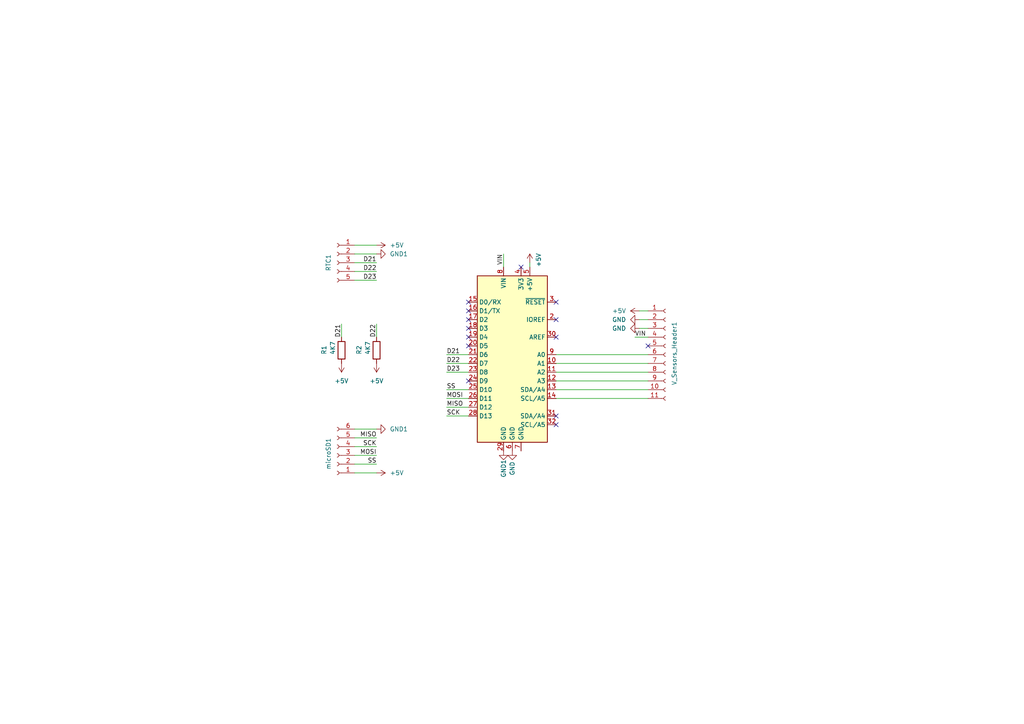
<source format=kicad_sch>
(kicad_sch (version 20211123) (generator eeschema)
  (paper "A4")
  (title_block (title "Arduino Shield za DS1302 i MicroSD modul") (date "18.06.2024.") (rev "3") (company "Fakultet tehnickih nauka u Novom Sadu"))
  (lib_symbols
    (symbol "Connector:Conn_01x05_Female" (pin_names (offset 1.016) hide)
      (property "Reference" "J" (at 0 7.62 0))
      (property "Value" "Conn_01x05_Female" (at 0 -7.62 0))
      (symbol "Conn_01x05_Female_1_1"
        (arc (start 0 -4.572) (mid -0.508 -5.08) (end 0 -5.588) (stroke (width 0.1524)))
        (arc (start 0 -2.032) (mid -0.508 -2.54) (end 0 -3.048) (stroke (width 0.1524)))
        (polyline (pts (xy -1.27 -5.08) (xy -0.508 -5.08)) (stroke (width 0.1524)))
        (polyline (pts (xy -1.27 -2.54) (xy -0.508 -2.54)) (stroke (width 0.1524)))
        (polyline (pts (xy -1.27 0) (xy -0.508 0)) (stroke (width 0.1524)))
        (polyline (pts (xy -1.27 2.54) (xy -0.508 2.54)) (stroke (width 0.1524)))
        (polyline (pts (xy -1.27 5.08) (xy -0.508 5.08)) (stroke (width 0.1524)))
        (arc (start 0 0.508) (mid -0.508 0) (end 0 -0.508) (stroke (width 0.1524)))
        (arc (start 0 3.048) (mid -0.508 2.54) (end 0 2.032) (stroke (width 0.1524)))
        (arc (start 0 5.588) (mid -0.508 5.08) (end 0 4.572) (stroke (width 0.1524)))
        (pin passive line (at -5.08 5.08 0) (length 3.81) (name "Pin_1") (number "1"))
        (pin passive line (at -5.08 2.54 0) (length 3.81) (name "Pin_2") (number "2"))
        (pin passive line (at -5.08 0 0) (length 3.81) (name "Pin_3") (number "3"))
        (pin passive line (at -5.08 -2.54 0) (length 3.81) (name "Pin_4") (number "4"))
        (pin passive line (at -5.08 -5.08 0) (length 3.81) (name "Pin_5") (number "5"))
      )
    )
    (symbol "Connector:Conn_01x06_Female" (pin_names (offset 1.016) hide)
      (property "Reference" "J" (at 0 7.62 0))
      (property "Value" "Conn_01x06_Female" (at 0 -10.16 0))
      (symbol "Conn_01x06_Female_1_1"
        (arc (start 0 -7.112) (mid -0.508 -7.62) (end 0 -8.128) (stroke (width 0.1524)))
        (arc (start 0 -4.572) (mid -0.508 -5.08) (end 0 -5.588) (stroke (width 0.1524)))
        (arc (start 0 -2.032) (mid -0.508 -2.54) (end 0 -3.048) (stroke (width 0.1524)))
        (polyline (pts (xy -1.27 -7.62) (xy -0.508 -7.62)) (stroke (width 0.1524)))
        (polyline (pts (xy -1.27 -5.08) (xy -0.508 -5.08)) (stroke (width 0.1524)))
        (polyline (pts (xy -1.27 -2.54) (xy -0.508 -2.54)) (stroke (width 0.1524)))
        (polyline (pts (xy -1.27 0) (xy -0.508 0)) (stroke (width 0.1524)))
        (polyline (pts (xy -1.27 2.54) (xy -0.508 2.54)) (stroke (width 0.1524)))
        (polyline (pts (xy -1.27 5.08) (xy -0.508 5.08)) (stroke (width 0.1524)))
        (arc (start 0 0.508) (mid -0.508 0) (end 0 -0.508) (stroke (width 0.1524)))
        (arc (start 0 3.048) (mid -0.508 2.54) (end 0 2.032) (stroke (width 0.1524)))
        (arc (start 0 5.588) (mid -0.508 5.08) (end 0 4.572) (stroke (width 0.1524)))
        (pin passive line (at -5.08 5.08 0) (length 3.81) (name "Pin_1") (number "1"))
        (pin passive line (at -5.08 2.54 0) (length 3.81) (name "Pin_2") (number "2"))
        (pin passive line (at -5.08 0 0) (length 3.81) (name "Pin_3") (number "3"))
        (pin passive line (at -5.08 -2.54 0) (length 3.81) (name "Pin_4") (number "4"))
        (pin passive line (at -5.08 -5.08 0) (length 3.81) (name "Pin_5") (number "5"))
        (pin passive line (at -5.08 -7.62 0) (length 3.81) (name "Pin_6") (number "6"))
      )
    )
    (symbol "Connector:Conn_01x11_Female" (pin_names (offset 1.016) hide)
      (property "Reference" "J" (at 0 15.24 0))
      (property "Value" "Conn_01x11_Female" (at 0 -15.24 0))
      (symbol "Conn_01x11_Female_1_1"
        (arc (start 0 -12.192) (mid -0.508 -12.7) (end 0 -13.208) (stroke (width 0.1524)))
        (arc (start 0 -9.652) (mid -0.508 -10.16) (end 0 -10.668) (stroke (width 0.1524)))
        (arc (start 0 -7.112) (mid -0.508 -7.62) (end 0 -8.128) (stroke (width 0.1524)))
        (arc (start 0 -4.572) (mid -0.508 -5.08) (end 0 -5.588) (stroke (width 0.1524)))
        (arc (start 0 -2.032) (mid -0.508 -2.54) (end 0 -3.048) (stroke (width 0.1524)))
        (polyline (pts (xy -1.27 -12.7) (xy -0.508 -12.7)) (stroke (width 0.1524)))
        (polyline (pts (xy -1.27 -10.16) (xy -0.508 -10.16)) (stroke (width 0.1524)))
        (polyline (pts (xy -1.27 -7.62) (xy -0.508 -7.62)) (stroke (width 0.1524)))
        (polyline (pts (xy -1.27 -5.08) (xy -0.508 -5.08)) (stroke (width 0.1524)))
        (polyline (pts (xy -1.27 -2.54) (xy -0.508 -2.54)) (stroke (width 0.1524)))
        (polyline (pts (xy -1.27 0) (xy -0.508 0)) (stroke (width 0.1524)))
        (polyline (pts (xy -1.27 2.54) (xy -0.508 2.54)) (stroke (width 0.1524)))
        (polyline (pts (xy -1.27 5.08) (xy -0.508 5.08)) (stroke (width 0.1524)))
        (polyline (pts (xy -1.27 7.62) (xy -0.508 7.62)) (stroke (width 0.1524)))
        (polyline (pts (xy -1.27 10.16) (xy -0.508 10.16)) (stroke (width 0.1524)))
        (polyline (pts (xy -1.27 12.7) (xy -0.508 12.7)) (stroke (width 0.1524)))
        (arc (start 0 0.508) (mid -0.508 0) (end 0 -0.508) (stroke (width 0.1524)))
        (arc (start 0 3.048) (mid -0.508 2.54) (end 0 2.032) (stroke (width 0.1524)))
        (arc (start 0 5.588) (mid -0.508 5.08) (end 0 4.572) (stroke (width 0.1524)))
        (arc (start 0 8.128) (mid -0.508 7.62) (end 0 7.112) (stroke (width 0.1524)))
        (arc (start 0 10.668) (mid -0.508 10.16) (end 0 9.652) (stroke (width 0.1524)))
        (arc (start 0 13.208) (mid -0.508 12.7) (end 0 12.192) (stroke (width 0.1524)))
        (pin passive line (at -5.08 12.7 0) (length 3.81) (name "Pin_1") (number "1"))
        (pin passive line (at -5.08 -10.16 0) (length 3.81) (name "Pin_10") (number "10"))
        (pin passive line (at -5.08 -12.7 0) (length 3.81) (name "Pin_11") (number "11"))
        (pin passive line (at -5.08 10.16 0) (length 3.81) (name "Pin_2") (number "2"))
        (pin passive line (at -5.08 7.62 0) (length 3.81) (name "Pin_3") (number "3"))
        (pin passive line (at -5.08 5.08 0) (length 3.81) (name "Pin_4") (number "4"))
        (pin passive line (at -5.08 2.54 0) (length 3.81) (name "Pin_5") (number "5"))
        (pin passive line (at -5.08 0 0) (length 3.81) (name "Pin_6") (number "6"))
        (pin passive line (at -5.08 -2.54 0) (length 3.81) (name "Pin_7") (number "7"))
        (pin passive line (at -5.08 -5.08 0) (length 3.81) (name "Pin_8") (number "8"))
        (pin passive line (at -5.08 -7.62 0) (length 3.81) (name "Pin_9") (number "9"))
      )
    )
    (symbol "Device:R" (pin_numbers hide) (pin_names (offset 0))
      (property "Reference" "R" (at 2.032 0 90))
      (property "Value" "R" (at 0 0 90))
      (symbol "R_0_1"
        (rectangle (start -1.016 -2.54) (end 1.016 2.54) (stroke (width 0.254)))
      )
      (symbol "R_1_1"
        (pin passive line (at 0 3.81 270) (length 1.27) (name "~") (number "1"))
        (pin passive line (at 0 -3.81 90) (length 1.27) (name "~") (number "2"))
      )
    )
    (symbol "MCU_Module:Arduino_UNO_R3"
      (property "Reference" "A" (at -10.16 23.495 0))
      (property "Value" "Arduino_UNO_R3" (at 5.08 -26.67 0))
      (symbol "Arduino_UNO_R3_0_1"
        (rectangle (start -10.16 22.86) (end 10.16 -25.4) (stroke (width 0.254)) (fill (type background)))
      )
      (symbol "Arduino_UNO_R3_1_1"
        (pin no_connect line (at -10.16 -20.32 0) (length 2.54) hide (name "NC") (number "1"))
        (pin bidirectional line (at 12.7 -2.54 180) (length 2.54) (name "A1") (number "10"))
        (pin bidirectional line (at 12.7 -5.08 180) (length 2.54) (name "A2") (number "11"))
        (pin bidirectional line (at 12.7 -7.62 180) (length 2.54) (name "A3") (number "12"))
        (pin bidirectional line (at 12.7 -10.16 180) (length 2.54) (name "SDA/A4") (number "13"))
        (pin bidirectional line (at 12.7 -12.7 180) (length 2.54) (name "SCL/A5") (number "14"))
        (pin bidirectional line (at -12.7 15.24 0) (length 2.54) (name "D0/RX") (number "15"))
        (pin bidirectional line (at -12.7 12.7 0) (length 2.54) (name "D1/TX") (number "16"))
        (pin bidirectional line (at -12.7 10.16 0) (length 2.54) (name "D2") (number "17"))
        (pin bidirectional line (at -12.7 7.62 0) (length 2.54) (name "D3") (number "18"))
        (pin bidirectional line (at -12.7 5.08 0) (length 2.54) (name "D4") (number "19"))
        (pin output line (at 12.7 10.16 180) (length 2.54) (name "IOREF") (number "2"))
        (pin bidirectional line (at -12.7 2.54 0) (length 2.54) (name "D5") (number "20"))
        (pin bidirectional line (at -12.7 0 0) (length 2.54) (name "D6") (number "21"))
        (pin bidirectional line (at -12.7 -2.54 0) (length 2.54) (name "D7") (number "22"))
        (pin bidirectional line (at -12.7 -5.08 0) (length 2.54) (name "D8") (number "23"))
        (pin bidirectional line (at -12.7 -7.62 0) (length 2.54) (name "D9") (number "24"))
        (pin bidirectional line (at -12.7 -10.16 0) (length 2.54) (name "D10") (number "25"))
        (pin bidirectional line (at -12.7 -12.7 0) (length 2.54) (name "D11") (number "26"))
        (pin bidirectional line (at -12.7 -15.24 0) (length 2.54) (name "D12") (number "27"))
        (pin bidirectional line (at -12.7 -17.78 0) (length 2.54) (name "D13") (number "28"))
        (pin power_in line (at -2.54 -27.94 90) (length 2.54) (name "GND") (number "29"))
        (pin input line (at 12.7 15.24 180) (length 2.54) (name "~{RESET}") (number "3"))
        (pin input line (at 12.7 5.08 180) (length 2.54) (name "AREF") (number "30"))
        (pin bidirectional line (at 12.7 -17.78 180) (length 2.54) (name "SDA/A4") (number "31"))
        (pin bidirectional line (at 12.7 -20.32 180) (length 2.54) (name "SCL/A5") (number "32"))
        (pin power_out line (at 2.54 25.4 270) (length 2.54) (name "3V3") (number "4"))
        (pin power_out line (at 5.08 25.4 270) (length 2.54) (name "+5V") (number "5"))
        (pin power_in line (at 0 -27.94 90) (length 2.54) (name "GND") (number "6"))
        (pin power_in line (at 2.54 -27.94 90) (length 2.54) (name "GND") (number "7"))
        (pin power_in line (at -2.54 25.4 270) (length 2.54) (name "VIN") (number "8"))
        (pin bidirectional line (at 12.7 0 180) (length 2.54) (name "A0") (number "9"))
      )
    )
    (symbol "power:+5V" (power) (pin_names (offset 0))
      (property "Value" "+5V" (at 0 3.556 0))
      (symbol "+5V_0_1"
        (polyline (pts (xy -0.762 1.27) (xy 0 2.54)))
        (polyline (pts (xy 0 0) (xy 0 2.54)))
        (polyline (pts (xy 0 2.54) (xy 0.762 1.27)))
      )
      (symbol "+5V_1_1"
        (pin power_in line (at 0 0 90) (length 0) hide (name "+5V") (number "1"))
      )
    )
    (symbol "power:GND" (power) (pin_names (offset 0))
      (property "Value" "GND" (at 0 -3.81 0))
      (symbol "GND_0_1"
        (polyline (pts (xy 0 0) (xy 0 -1.27) (xy 1.27 -1.27) (xy 0 -2.54) (xy -1.27 -1.27) (xy 0 -1.27)))
      )
      (symbol "GND_1_1"
        (pin power_in line (at 0 0 270) (length 0) hide (name "GND") (number "1"))
      )
    )
    (symbol "power:GND1" (power) (pin_names (offset 0))
      (property "Value" "GND1" (at 0 -3.81 0))
      (symbol "GND1_0_1"
        (polyline (pts (xy 0 0) (xy 0 -1.27) (xy 1.27 -1.27) (xy 0 -2.54) (xy -1.27 -1.27) (xy 0 -1.27)))
      )
      (symbol "GND1_1_1"
        (pin power_in line (at 0 0 270) (length 0) hide (name "GND1") (number "1"))
      )
    )
  )
  (no_connect (at 135.89 92.71))
  (no_connect (at 187.96 100.33))
  (no_connect (at 135.89 97.79))
  (no_connect (at 135.89 100.33))
  (no_connect (at 161.29 92.71))
  (no_connect (at 161.29 97.79))
  (no_connect (at 161.29 123.19))
  (no_connect (at 135.89 110.49))
  (no_connect (at 135.89 90.17))
  (no_connect (at 161.29 87.63))
  (no_connect (at 161.29 120.65))
  (no_connect (at 135.89 95.25))
  (no_connect (at 151.13 77.47))
  (no_connect (at 135.89 87.63))
  (wire (pts (xy 129.54 102.87) (xy 135.89 102.87)))
  (wire (pts (xy 102.87 129.54) (xy 109.22 129.54)))
  (wire (pts (xy 102.87 127) (xy 109.22 127)))
  (wire (pts (xy 102.87 76.2) (xy 109.22 76.2)))
  (wire (pts (xy 129.54 118.11) (xy 135.89 118.11)))
  (wire (pts (xy 102.87 124.46) (xy 109.22 124.46)))
  (wire (pts (xy 129.54 120.65) (xy 135.89 120.65)))
  (wire (pts (xy 146.05 73.66) (xy 146.05 77.47)))
  (wire (pts (xy 161.29 110.49) (xy 187.96 110.49)))
  (wire (pts (xy 102.87 73.66) (xy 109.22 73.66)))
  (wire (pts (xy 102.87 137.16) (xy 109.22 137.16)))
  (wire (pts (xy 102.87 134.62) (xy 109.22 134.62)))
  (wire (pts (xy 102.87 78.74) (xy 109.22 78.74)))
  (wire (pts (xy 109.22 93.98) (xy 109.22 97.79)))
  (wire (pts (xy 102.87 132.08) (xy 109.22 132.08)))
  (wire (pts (xy 161.29 102.87) (xy 187.96 102.87)))
  (wire (pts (xy 161.29 105.41) (xy 187.96 105.41)))
  (wire (pts (xy 129.54 107.95) (xy 135.89 107.95)))
  (wire (pts (xy 161.29 113.03) (xy 187.96 113.03)))
  (wire (pts (xy 187.96 92.71) (xy 185.42 92.71)))
  (wire (pts (xy 129.54 105.41) (xy 135.89 105.41)))
  (wire (pts (xy 184.15 97.79) (xy 187.96 97.79)))
  (wire (pts (xy 102.87 71.12) (xy 109.22 71.12)))
  (wire (pts (xy 185.42 90.17) (xy 187.96 90.17)))
  (wire (pts (xy 153.67 76.2) (xy 153.67 77.47)))
  (wire (pts (xy 129.54 113.03) (xy 135.89 113.03)))
  (wire (pts (xy 99.06 93.98) (xy 99.06 97.79)))
  (wire (pts (xy 161.29 115.57) (xy 187.96 115.57)))
  (wire (pts (xy 102.87 81.28) (xy 109.22 81.28)))
  (wire (pts (xy 161.29 107.95) (xy 187.96 107.95)))
  (wire (pts (xy 187.96 95.25) (xy 185.42 95.25)))
  (wire (pts (xy 129.54 115.57) (xy 135.89 115.57)))
  (label "D23" (at 109.22 81.28 180))
  (label "D22" (at 109.22 93.98 270))
  (label "SS" (at 129.54 113.03 0))
  (label "MISO" (at 109.22 127 180))
  (label "D21" (at 129.54 102.87 0))
  (label "D22" (at 109.22 78.74 180))
  (label "VIN" (at 184.15 97.79 0))
  (label "SCK" (at 109.22 129.54 180))
  (label "SCK" (at 129.54 120.65 0))
  (label "MOSI" (at 109.22 132.08 180))
  (label "MISO" (at 129.54 118.11 0))
  (label "D23" (at 129.54 107.95 0))
  (label "D22" (at 129.54 105.41 0))
  (label "SS" (at 109.22 134.62 180))
  (label "VIN" (at 146.05 73.66 270))
  (label "MOSI" (at 129.54 115.57 0))
  (label "D21" (at 109.22 76.2 180))
  (label "D21" (at 99.06 93.98 270))
  (symbol (lib_id "power:+5V") (at 153.67 76.2 0) (unit 1)
    (property "Reference" "#PWR06" (effects hide))
    (property "Value" "+5V" (at 156.21 77.47 90) (effects (justify left)))
  )
  (symbol (lib_id "power:+5V") (at 109.22 137.16 270) (unit 1)
    (property "Reference" "#PWR02" (effects hide))
    (property "Value" "+5V" (at 113.03 137.1599 90) (effects (justify left)))
  )
  (symbol (lib_id "power:+5V") (at 99.06 105.41 180) (unit 1)
    (property "Reference" "#PWR0103" (effects hide))
    (property "Value" "+5V" (at 99.06 110.49 0))
  )
  (symbol (lib_id "power:+5V") (at 109.22 71.12 270) (unit 1)
    (property "Reference" "#PWR01" (effects hide))
    (property "Value" "+5V" (at 113.03 71.1199 90) (effects (justify left)))
  )
  (symbol (lib_id "Device:R") (at 99.06 101.6 0) (unit 1)
    (property "Reference" "R1" (at 93.98 102.87 90) (effects (justify left)))
    (property "Value" "4K7" (at 96.52 102.87 90) (effects (justify left)))
    (property "Footprint" "Resistor_THT:R_Axial_DIN0207_L6.3mm_D2.5mm_P7.62mm_Horizontal" (effects hide))
  )
  (symbol (lib_id "Connector:Conn_01x06_Female") (at 97.79 132.08 180) (unit 1)
    (property "Reference" "microSD1" (at 95.25 127 90) (effects (justify left)))
    (property "Value" "Conn_01x06_Female" (effects hide))
    (property "Footprint" "Connector_PinSocket_2.54mm:PinSocket_1x06_P2.54mm_Vertical" (effects hide))
  )
  (symbol (lib_id "power:GND1") (at 109.22 124.46 90) (unit 1)
    (property "Reference" "#PWR0102" (effects hide))
    (property "Value" "GND1" (at 113.03 124.4599 90) (effects (justify right)))
  )
  (symbol (lib_id "Device:R") (at 109.22 101.6 0) (unit 1)
    (property "Reference" "R2" (at 104.14 102.87 90) (effects (justify left)))
    (property "Value" "4K7" (at 106.68 102.87 90) (effects (justify left)))
    (property "Footprint" "Resistor_THT:R_Axial_DIN0207_L6.3mm_D2.5mm_P7.62mm_Horizontal" (effects hide))
  )
  (symbol (lib_id "power:GND") (at 148.59 130.81 0) (unit 1)
    (property "Reference" "#PWR0101" (effects hide))
    (property "Value" "GND" (at 148.59 135.89 90))
  )
  (symbol (lib_id "MCU_Module:Arduino_UNO_R3") (at 148.59 102.87 0) (unit 1)
    (property "Reference" "Arduino1" (effects hide))
    (property "Value" "Arduino UNO R3" (effects hide))
    (property "Footprint" "For_Rasterboard:Arduino_UNO_R3_WithMountingHoles_Snapped_to_P2.54mm" (effects hide))
    (property "Datasheet" "https://www.arduino.cc/en/Main/arduinoBoardUno" (effects hide))
  )
  (symbol (lib_id "power:GND1") (at 146.05 130.81 0) (unit 1)
    (property "Reference" "#PWR0106" (effects hide))
    (property "Value" "GND1" (at 146.05 135.89 90))
  )
  (symbol (lib_id "Connector:Conn_01x11_Female") (at 193.04 102.87 0) (unit 1)
    (property "Reference" "V_Sensors_Header1" (at 195.58 111.76 90) (effects (justify left)))
    (property "Value" "Conn_01x11_Female" (effects hide))
    (property "Footprint" "Connector_PinSocket_2.54mm:PinSocket_1x11_P2.54mm_Vertical" (effects hide))
  )
  (symbol (lib_id "power:+5V") (at 185.42 90.17 90) (unit 1)
    (property "Reference" "#PWR09" (effects hide))
    (property "Value" "+5V" (at 181.61 90.1699 90) (effects (justify left)))
  )
  (symbol (lib_id "power:+5V") (at 109.22 105.41 180) (unit 1)
    (property "Reference" "#PWR0104" (effects hide))
    (property "Value" "+5V" (at 109.22 110.49 0))
  )
  (symbol (lib_id "power:GND1") (at 109.22 73.66 90) (unit 1)
    (property "Reference" "#PWR0105" (effects hide))
    (property "Value" "GND1" (at 113.03 73.6599 90) (effects (justify right)))
  )
  (symbol (lib_id "Connector:Conn_01x05_Female") (at 97.79 76.2 0) (mirror y) (unit 1)
    (property "Reference" "RTC1" (at 95.25 76.2 90))
    (property "Value" "Conn_01x05_Female" (effects hide))
    (property "Footprint" "Connector_PinSocket_2.54mm:PinSocket_1x05_P2.54mm_Vertical" (effects hide))
  )
  (symbol (lib_id "power:GND") (at 185.42 95.25 270) (unit 1)
    (property "Reference" "#PWR08" (effects hide))
    (property "Value" "GND" (at 181.61 95.2501 90) (effects (justify right)))
  )
  (symbol (lib_id "power:GND") (at 185.42 92.71 270) (unit 1)
    (property "Reference" "#PWR07" (effects hide))
    (property "Value" "GND" (at 181.61 92.7101 90) (effects (justify right)))
  )
)
</source>
